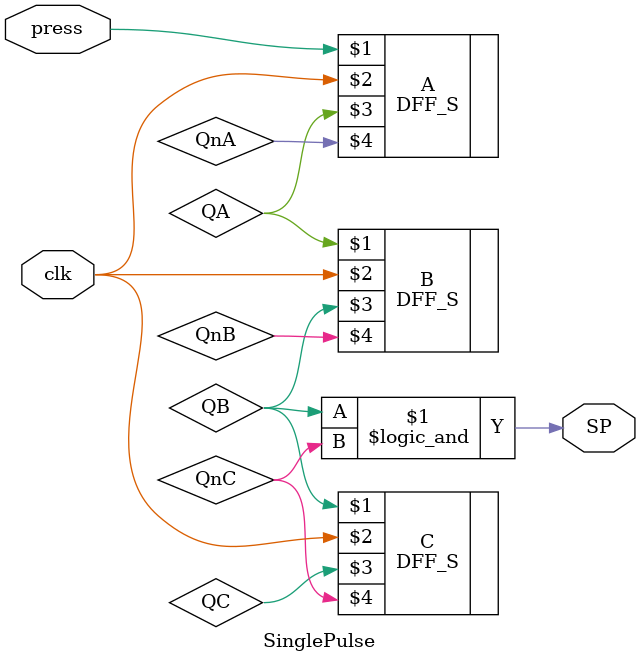
<source format=v>
module SinglePulse(press, clk, SP);
input press, clk;
output SP;

wire QA, QnA, QB, QnB, QC, QnC;

DFF_S A(press, clk, QA, QnA);
DFF_S B(QA, clk, QB, QnB);
DFF_S C(QB, clk, QC, QnC);

assign SP = QB && QnC;

endmodule


</source>
